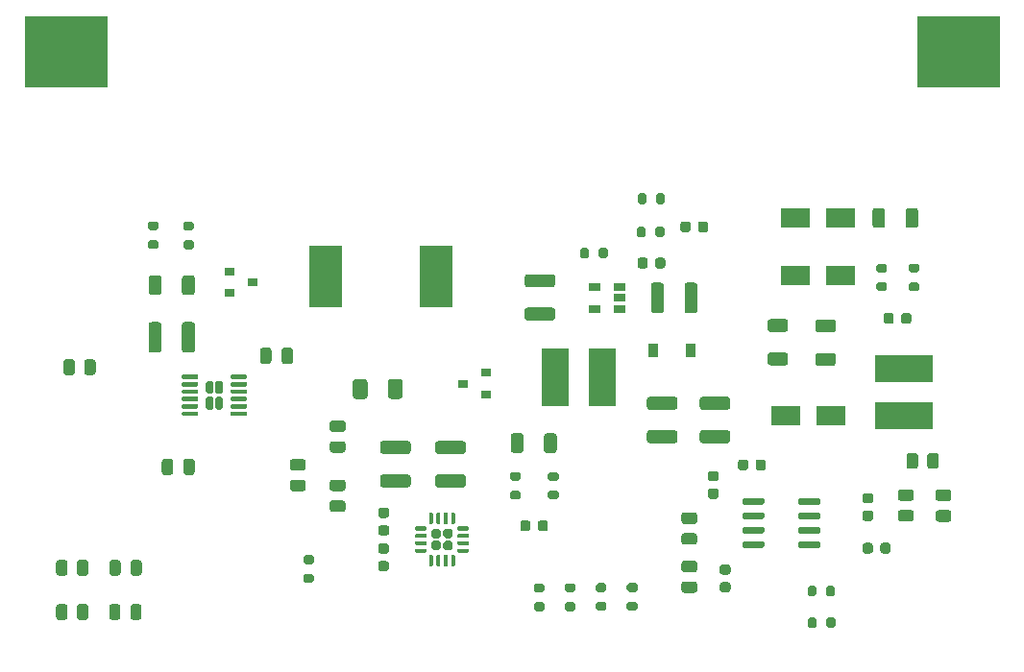
<source format=gbr>
%TF.GenerationSoftware,KiCad,Pcbnew,5.1.12-84ad8e8a86~92~ubuntu20.04.1*%
%TF.CreationDate,2022-07-31T12:46:28-07:00*%
%TF.ProjectId,MPPTSolarPwrModule,4d505054-536f-46c6-9172-5077724d6f64,rev?*%
%TF.SameCoordinates,Original*%
%TF.FileFunction,Paste,Top*%
%TF.FilePolarity,Positive*%
%FSLAX46Y46*%
G04 Gerber Fmt 4.6, Leading zero omitted, Abs format (unit mm)*
G04 Created by KiCad (PCBNEW 5.1.12-84ad8e8a86~92~ubuntu20.04.1) date 2022-07-31 12:46:28*
%MOMM*%
%LPD*%
G01*
G04 APERTURE LIST*
%ADD10R,2.350000X5.100000*%
%ADD11R,7.340000X6.350000*%
%ADD12R,0.900000X0.800000*%
%ADD13R,2.500000X1.800000*%
%ADD14R,0.900000X1.200000*%
%ADD15R,2.900000X5.400000*%
%ADD16R,5.100000X2.350000*%
%ADD17R,1.060000X0.650000*%
G04 APERTURE END LIST*
%TO.C,U2*%
G36*
G01*
X130639600Y-92954700D02*
X130639600Y-92529700D01*
G75*
G02*
X130852100Y-92317200I212500J0D01*
G01*
X131277100Y-92317200D01*
G75*
G02*
X131489600Y-92529700I0J-212500D01*
G01*
X131489600Y-92954700D01*
G75*
G02*
X131277100Y-93167200I-212500J0D01*
G01*
X130852100Y-93167200D01*
G75*
G02*
X130639600Y-92954700I0J212500D01*
G01*
G37*
G36*
G01*
X130639600Y-91904700D02*
X130639600Y-91479700D01*
G75*
G02*
X130852100Y-91267200I212500J0D01*
G01*
X131277100Y-91267200D01*
G75*
G02*
X131489600Y-91479700I0J-212500D01*
G01*
X131489600Y-91904700D01*
G75*
G02*
X131277100Y-92117200I-212500J0D01*
G01*
X130852100Y-92117200D01*
G75*
G02*
X130639600Y-91904700I0J212500D01*
G01*
G37*
G36*
G01*
X129589600Y-92954700D02*
X129589600Y-92529700D01*
G75*
G02*
X129802100Y-92317200I212500J0D01*
G01*
X130227100Y-92317200D01*
G75*
G02*
X130439600Y-92529700I0J-212500D01*
G01*
X130439600Y-92954700D01*
G75*
G02*
X130227100Y-93167200I-212500J0D01*
G01*
X129802100Y-93167200D01*
G75*
G02*
X129589600Y-92954700I0J212500D01*
G01*
G37*
G36*
G01*
X129589600Y-91904700D02*
X129589600Y-91479700D01*
G75*
G02*
X129802100Y-91267200I212500J0D01*
G01*
X130227100Y-91267200D01*
G75*
G02*
X130439600Y-91479700I0J-212500D01*
G01*
X130439600Y-91904700D01*
G75*
G02*
X130227100Y-92117200I-212500J0D01*
G01*
X129802100Y-92117200D01*
G75*
G02*
X129589600Y-91904700I0J212500D01*
G01*
G37*
G36*
G01*
X129389600Y-90779700D02*
X129389600Y-89929700D01*
G75*
G02*
X129477100Y-89842200I87500J0D01*
G01*
X129652100Y-89842200D01*
G75*
G02*
X129739600Y-89929700I0J-87500D01*
G01*
X129739600Y-90779700D01*
G75*
G02*
X129652100Y-90867200I-87500J0D01*
G01*
X129477100Y-90867200D01*
G75*
G02*
X129389600Y-90779700I0J87500D01*
G01*
G37*
G36*
G01*
X130039600Y-90779700D02*
X130039600Y-89929700D01*
G75*
G02*
X130127100Y-89842200I87500J0D01*
G01*
X130302100Y-89842200D01*
G75*
G02*
X130389600Y-89929700I0J-87500D01*
G01*
X130389600Y-90779700D01*
G75*
G02*
X130302100Y-90867200I-87500J0D01*
G01*
X130127100Y-90867200D01*
G75*
G02*
X130039600Y-90779700I0J87500D01*
G01*
G37*
G36*
G01*
X130689600Y-90779700D02*
X130689600Y-89929700D01*
G75*
G02*
X130777100Y-89842200I87500J0D01*
G01*
X130952100Y-89842200D01*
G75*
G02*
X131039600Y-89929700I0J-87500D01*
G01*
X131039600Y-90779700D01*
G75*
G02*
X130952100Y-90867200I-87500J0D01*
G01*
X130777100Y-90867200D01*
G75*
G02*
X130689600Y-90779700I0J87500D01*
G01*
G37*
G36*
G01*
X131339600Y-90779700D02*
X131339600Y-89929700D01*
G75*
G02*
X131427100Y-89842200I87500J0D01*
G01*
X131602100Y-89842200D01*
G75*
G02*
X131689600Y-89929700I0J-87500D01*
G01*
X131689600Y-90779700D01*
G75*
G02*
X131602100Y-90867200I-87500J0D01*
G01*
X131427100Y-90867200D01*
G75*
G02*
X131339600Y-90779700I0J87500D01*
G01*
G37*
G36*
G01*
X131889600Y-91329700D02*
X131889600Y-91154700D01*
G75*
G02*
X131977100Y-91067200I87500J0D01*
G01*
X132827100Y-91067200D01*
G75*
G02*
X132914600Y-91154700I0J-87500D01*
G01*
X132914600Y-91329700D01*
G75*
G02*
X132827100Y-91417200I-87500J0D01*
G01*
X131977100Y-91417200D01*
G75*
G02*
X131889600Y-91329700I0J87500D01*
G01*
G37*
G36*
G01*
X131889600Y-91979700D02*
X131889600Y-91804700D01*
G75*
G02*
X131977100Y-91717200I87500J0D01*
G01*
X132827100Y-91717200D01*
G75*
G02*
X132914600Y-91804700I0J-87500D01*
G01*
X132914600Y-91979700D01*
G75*
G02*
X132827100Y-92067200I-87500J0D01*
G01*
X131977100Y-92067200D01*
G75*
G02*
X131889600Y-91979700I0J87500D01*
G01*
G37*
G36*
G01*
X131889600Y-92629700D02*
X131889600Y-92454700D01*
G75*
G02*
X131977100Y-92367200I87500J0D01*
G01*
X132827100Y-92367200D01*
G75*
G02*
X132914600Y-92454700I0J-87500D01*
G01*
X132914600Y-92629700D01*
G75*
G02*
X132827100Y-92717200I-87500J0D01*
G01*
X131977100Y-92717200D01*
G75*
G02*
X131889600Y-92629700I0J87500D01*
G01*
G37*
G36*
G01*
X131889600Y-93279700D02*
X131889600Y-93104700D01*
G75*
G02*
X131977100Y-93017200I87500J0D01*
G01*
X132827100Y-93017200D01*
G75*
G02*
X132914600Y-93104700I0J-87500D01*
G01*
X132914600Y-93279700D01*
G75*
G02*
X132827100Y-93367200I-87500J0D01*
G01*
X131977100Y-93367200D01*
G75*
G02*
X131889600Y-93279700I0J87500D01*
G01*
G37*
G36*
G01*
X131339600Y-94504700D02*
X131339600Y-93654700D01*
G75*
G02*
X131427100Y-93567200I87500J0D01*
G01*
X131602100Y-93567200D01*
G75*
G02*
X131689600Y-93654700I0J-87500D01*
G01*
X131689600Y-94504700D01*
G75*
G02*
X131602100Y-94592200I-87500J0D01*
G01*
X131427100Y-94592200D01*
G75*
G02*
X131339600Y-94504700I0J87500D01*
G01*
G37*
G36*
G01*
X130689600Y-94504700D02*
X130689600Y-93654700D01*
G75*
G02*
X130777100Y-93567200I87500J0D01*
G01*
X130952100Y-93567200D01*
G75*
G02*
X131039600Y-93654700I0J-87500D01*
G01*
X131039600Y-94504700D01*
G75*
G02*
X130952100Y-94592200I-87500J0D01*
G01*
X130777100Y-94592200D01*
G75*
G02*
X130689600Y-94504700I0J87500D01*
G01*
G37*
G36*
G01*
X130039600Y-94504700D02*
X130039600Y-93654700D01*
G75*
G02*
X130127100Y-93567200I87500J0D01*
G01*
X130302100Y-93567200D01*
G75*
G02*
X130389600Y-93654700I0J-87500D01*
G01*
X130389600Y-94504700D01*
G75*
G02*
X130302100Y-94592200I-87500J0D01*
G01*
X130127100Y-94592200D01*
G75*
G02*
X130039600Y-94504700I0J87500D01*
G01*
G37*
G36*
G01*
X129389600Y-94504700D02*
X129389600Y-93654700D01*
G75*
G02*
X129477100Y-93567200I87500J0D01*
G01*
X129652100Y-93567200D01*
G75*
G02*
X129739600Y-93654700I0J-87500D01*
G01*
X129739600Y-94504700D01*
G75*
G02*
X129652100Y-94592200I-87500J0D01*
G01*
X129477100Y-94592200D01*
G75*
G02*
X129389600Y-94504700I0J87500D01*
G01*
G37*
G36*
G01*
X128164600Y-93279700D02*
X128164600Y-93104700D01*
G75*
G02*
X128252100Y-93017200I87500J0D01*
G01*
X129102100Y-93017200D01*
G75*
G02*
X129189600Y-93104700I0J-87500D01*
G01*
X129189600Y-93279700D01*
G75*
G02*
X129102100Y-93367200I-87500J0D01*
G01*
X128252100Y-93367200D01*
G75*
G02*
X128164600Y-93279700I0J87500D01*
G01*
G37*
G36*
G01*
X128164600Y-92629700D02*
X128164600Y-92454700D01*
G75*
G02*
X128252100Y-92367200I87500J0D01*
G01*
X129102100Y-92367200D01*
G75*
G02*
X129189600Y-92454700I0J-87500D01*
G01*
X129189600Y-92629700D01*
G75*
G02*
X129102100Y-92717200I-87500J0D01*
G01*
X128252100Y-92717200D01*
G75*
G02*
X128164600Y-92629700I0J87500D01*
G01*
G37*
G36*
G01*
X128164600Y-91979700D02*
X128164600Y-91804700D01*
G75*
G02*
X128252100Y-91717200I87500J0D01*
G01*
X129102100Y-91717200D01*
G75*
G02*
X129189600Y-91804700I0J-87500D01*
G01*
X129189600Y-91979700D01*
G75*
G02*
X129102100Y-92067200I-87500J0D01*
G01*
X128252100Y-92067200D01*
G75*
G02*
X128164600Y-91979700I0J87500D01*
G01*
G37*
G36*
G01*
X128164600Y-91329700D02*
X128164600Y-91154700D01*
G75*
G02*
X128252100Y-91067200I87500J0D01*
G01*
X129102100Y-91067200D01*
G75*
G02*
X129189600Y-91154700I0J-87500D01*
G01*
X129189600Y-91329700D01*
G75*
G02*
X129102100Y-91417200I-87500J0D01*
G01*
X128252100Y-91417200D01*
G75*
G02*
X128164600Y-91329700I0J87500D01*
G01*
G37*
%TD*%
D10*
%TO.C,L2*%
X140527600Y-77896000D03*
X144677600Y-77896000D03*
%TD*%
D11*
%TO.C,BT1*%
X176057400Y-49219400D03*
X97397400Y-49219400D03*
%TD*%
%TO.C,D1*%
G36*
G01*
X102202500Y-94253750D02*
X102202500Y-95166250D01*
G75*
G02*
X101958750Y-95410000I-243750J0D01*
G01*
X101471250Y-95410000D01*
G75*
G02*
X101227500Y-95166250I0J243750D01*
G01*
X101227500Y-94253750D01*
G75*
G02*
X101471250Y-94010000I243750J0D01*
G01*
X101958750Y-94010000D01*
G75*
G02*
X102202500Y-94253750I0J-243750D01*
G01*
G37*
G36*
G01*
X104077500Y-94253750D02*
X104077500Y-95166250D01*
G75*
G02*
X103833750Y-95410000I-243750J0D01*
G01*
X103346250Y-95410000D01*
G75*
G02*
X103102500Y-95166250I0J243750D01*
G01*
X103102500Y-94253750D01*
G75*
G02*
X103346250Y-94010000I243750J0D01*
G01*
X103833750Y-94010000D01*
G75*
G02*
X104077500Y-94253750I0J-243750D01*
G01*
G37*
%TD*%
%TO.C,D2*%
G36*
G01*
X104052500Y-98153750D02*
X104052500Y-99066250D01*
G75*
G02*
X103808750Y-99310000I-243750J0D01*
G01*
X103321250Y-99310000D01*
G75*
G02*
X103077500Y-99066250I0J243750D01*
G01*
X103077500Y-98153750D01*
G75*
G02*
X103321250Y-97910000I243750J0D01*
G01*
X103808750Y-97910000D01*
G75*
G02*
X104052500Y-98153750I0J-243750D01*
G01*
G37*
G36*
G01*
X102177500Y-98153750D02*
X102177500Y-99066250D01*
G75*
G02*
X101933750Y-99310000I-243750J0D01*
G01*
X101446250Y-99310000D01*
G75*
G02*
X101202500Y-99066250I0J243750D01*
G01*
X101202500Y-98153750D01*
G75*
G02*
X101446250Y-97910000I243750J0D01*
G01*
X101933750Y-97910000D01*
G75*
G02*
X102177500Y-98153750I0J-243750D01*
G01*
G37*
%TD*%
D12*
%TO.C,D3*%
X113826000Y-69514000D03*
X111826000Y-70464000D03*
X111826000Y-68564000D03*
%TD*%
%TO.C,D4*%
X134390000Y-79410000D03*
X134390000Y-77510000D03*
X132390000Y-78460000D03*
%TD*%
D13*
%TO.C,D5*%
X164840000Y-81260000D03*
X160840000Y-81260000D03*
%TD*%
D14*
%TO.C,D6*%
X152490000Y-75560000D03*
X149190000Y-75560000D03*
%TD*%
D13*
%TO.C,D7*%
X161640000Y-68910000D03*
X165640000Y-68910000D03*
%TD*%
%TO.C,D8*%
X165640000Y-63860000D03*
X161640000Y-63860000D03*
%TD*%
D15*
%TO.C,L1*%
X130000000Y-69020000D03*
X120300000Y-69020000D03*
%TD*%
D16*
%TO.C,L3*%
X171290000Y-77160000D03*
X171290000Y-81310000D03*
%TD*%
%TO.C,R19*%
G36*
G01*
X122665000Y-79562400D02*
X122665000Y-78312400D01*
G75*
G02*
X122915000Y-78062400I250000J0D01*
G01*
X123715000Y-78062400D01*
G75*
G02*
X123965000Y-78312400I0J-250000D01*
G01*
X123965000Y-79562400D01*
G75*
G02*
X123715000Y-79812400I-250000J0D01*
G01*
X122915000Y-79812400D01*
G75*
G02*
X122665000Y-79562400I0J250000D01*
G01*
G37*
G36*
G01*
X125765000Y-79562400D02*
X125765000Y-78312400D01*
G75*
G02*
X126015000Y-78062400I250000J0D01*
G01*
X126815000Y-78062400D01*
G75*
G02*
X127065000Y-78312400I0J-250000D01*
G01*
X127065000Y-79562400D01*
G75*
G02*
X126815000Y-79812400I-250000J0D01*
G01*
X126015000Y-79812400D01*
G75*
G02*
X125765000Y-79562400I0J250000D01*
G01*
G37*
%TD*%
%TO.C,U1*%
G36*
G01*
X107605000Y-77965000D02*
X107605000Y-77765000D01*
G75*
G02*
X107705000Y-77665000I100000J0D01*
G01*
X108955000Y-77665000D01*
G75*
G02*
X109055000Y-77765000I0J-100000D01*
G01*
X109055000Y-77965000D01*
G75*
G02*
X108955000Y-78065000I-100000J0D01*
G01*
X107705000Y-78065000D01*
G75*
G02*
X107605000Y-77965000I0J100000D01*
G01*
G37*
G36*
G01*
X107605000Y-78615000D02*
X107605000Y-78415000D01*
G75*
G02*
X107705000Y-78315000I100000J0D01*
G01*
X108955000Y-78315000D01*
G75*
G02*
X109055000Y-78415000I0J-100000D01*
G01*
X109055000Y-78615000D01*
G75*
G02*
X108955000Y-78715000I-100000J0D01*
G01*
X107705000Y-78715000D01*
G75*
G02*
X107605000Y-78615000I0J100000D01*
G01*
G37*
G36*
G01*
X107605000Y-79265000D02*
X107605000Y-79065000D01*
G75*
G02*
X107705000Y-78965000I100000J0D01*
G01*
X108955000Y-78965000D01*
G75*
G02*
X109055000Y-79065000I0J-100000D01*
G01*
X109055000Y-79265000D01*
G75*
G02*
X108955000Y-79365000I-100000J0D01*
G01*
X107705000Y-79365000D01*
G75*
G02*
X107605000Y-79265000I0J100000D01*
G01*
G37*
G36*
G01*
X107605000Y-79915000D02*
X107605000Y-79715000D01*
G75*
G02*
X107705000Y-79615000I100000J0D01*
G01*
X108955000Y-79615000D01*
G75*
G02*
X109055000Y-79715000I0J-100000D01*
G01*
X109055000Y-79915000D01*
G75*
G02*
X108955000Y-80015000I-100000J0D01*
G01*
X107705000Y-80015000D01*
G75*
G02*
X107605000Y-79915000I0J100000D01*
G01*
G37*
G36*
G01*
X107605000Y-80565000D02*
X107605000Y-80365000D01*
G75*
G02*
X107705000Y-80265000I100000J0D01*
G01*
X108955000Y-80265000D01*
G75*
G02*
X109055000Y-80365000I0J-100000D01*
G01*
X109055000Y-80565000D01*
G75*
G02*
X108955000Y-80665000I-100000J0D01*
G01*
X107705000Y-80665000D01*
G75*
G02*
X107605000Y-80565000I0J100000D01*
G01*
G37*
G36*
G01*
X107605000Y-81215000D02*
X107605000Y-81015000D01*
G75*
G02*
X107705000Y-80915000I100000J0D01*
G01*
X108955000Y-80915000D01*
G75*
G02*
X109055000Y-81015000I0J-100000D01*
G01*
X109055000Y-81215000D01*
G75*
G02*
X108955000Y-81315000I-100000J0D01*
G01*
X107705000Y-81315000D01*
G75*
G02*
X107605000Y-81215000I0J100000D01*
G01*
G37*
G36*
G01*
X111905000Y-81215000D02*
X111905000Y-81015000D01*
G75*
G02*
X112005000Y-80915000I100000J0D01*
G01*
X113255000Y-80915000D01*
G75*
G02*
X113355000Y-81015000I0J-100000D01*
G01*
X113355000Y-81215000D01*
G75*
G02*
X113255000Y-81315000I-100000J0D01*
G01*
X112005000Y-81315000D01*
G75*
G02*
X111905000Y-81215000I0J100000D01*
G01*
G37*
G36*
G01*
X111905000Y-80565000D02*
X111905000Y-80365000D01*
G75*
G02*
X112005000Y-80265000I100000J0D01*
G01*
X113255000Y-80265000D01*
G75*
G02*
X113355000Y-80365000I0J-100000D01*
G01*
X113355000Y-80565000D01*
G75*
G02*
X113255000Y-80665000I-100000J0D01*
G01*
X112005000Y-80665000D01*
G75*
G02*
X111905000Y-80565000I0J100000D01*
G01*
G37*
G36*
G01*
X111905000Y-79915000D02*
X111905000Y-79715000D01*
G75*
G02*
X112005000Y-79615000I100000J0D01*
G01*
X113255000Y-79615000D01*
G75*
G02*
X113355000Y-79715000I0J-100000D01*
G01*
X113355000Y-79915000D01*
G75*
G02*
X113255000Y-80015000I-100000J0D01*
G01*
X112005000Y-80015000D01*
G75*
G02*
X111905000Y-79915000I0J100000D01*
G01*
G37*
G36*
G01*
X111905000Y-79265000D02*
X111905000Y-79065000D01*
G75*
G02*
X112005000Y-78965000I100000J0D01*
G01*
X113255000Y-78965000D01*
G75*
G02*
X113355000Y-79065000I0J-100000D01*
G01*
X113355000Y-79265000D01*
G75*
G02*
X113255000Y-79365000I-100000J0D01*
G01*
X112005000Y-79365000D01*
G75*
G02*
X111905000Y-79265000I0J100000D01*
G01*
G37*
G36*
G01*
X111905000Y-78615000D02*
X111905000Y-78415000D01*
G75*
G02*
X112005000Y-78315000I100000J0D01*
G01*
X113255000Y-78315000D01*
G75*
G02*
X113355000Y-78415000I0J-100000D01*
G01*
X113355000Y-78615000D01*
G75*
G02*
X113255000Y-78715000I-100000J0D01*
G01*
X112005000Y-78715000D01*
G75*
G02*
X111905000Y-78615000I0J100000D01*
G01*
G37*
G36*
G01*
X111905000Y-77965000D02*
X111905000Y-77765000D01*
G75*
G02*
X112005000Y-77665000I100000J0D01*
G01*
X113255000Y-77665000D01*
G75*
G02*
X113355000Y-77765000I0J-100000D01*
G01*
X113355000Y-77965000D01*
G75*
G02*
X113255000Y-78065000I-100000J0D01*
G01*
X112005000Y-78065000D01*
G75*
G02*
X111905000Y-77965000I0J100000D01*
G01*
G37*
G36*
G01*
X109735000Y-79187500D02*
X109735000Y-78372500D01*
G75*
G02*
X109902500Y-78205000I167500J0D01*
G01*
X110237500Y-78205000D01*
G75*
G02*
X110405000Y-78372500I0J-167500D01*
G01*
X110405000Y-79187500D01*
G75*
G02*
X110237500Y-79355000I-167500J0D01*
G01*
X109902500Y-79355000D01*
G75*
G02*
X109735000Y-79187500I0J167500D01*
G01*
G37*
G36*
G01*
X109735000Y-80607500D02*
X109735000Y-79792500D01*
G75*
G02*
X109902500Y-79625000I167500J0D01*
G01*
X110237500Y-79625000D01*
G75*
G02*
X110405000Y-79792500I0J-167500D01*
G01*
X110405000Y-80607500D01*
G75*
G02*
X110237500Y-80775000I-167500J0D01*
G01*
X109902500Y-80775000D01*
G75*
G02*
X109735000Y-80607500I0J167500D01*
G01*
G37*
G36*
G01*
X110555000Y-79187500D02*
X110555000Y-78372500D01*
G75*
G02*
X110722500Y-78205000I167500J0D01*
G01*
X111057500Y-78205000D01*
G75*
G02*
X111225000Y-78372500I0J-167500D01*
G01*
X111225000Y-79187500D01*
G75*
G02*
X111057500Y-79355000I-167500J0D01*
G01*
X110722500Y-79355000D01*
G75*
G02*
X110555000Y-79187500I0J167500D01*
G01*
G37*
G36*
G01*
X110555000Y-80607500D02*
X110555000Y-79792500D01*
G75*
G02*
X110722500Y-79625000I167500J0D01*
G01*
X111057500Y-79625000D01*
G75*
G02*
X111225000Y-79792500I0J-167500D01*
G01*
X111225000Y-80607500D01*
G75*
G02*
X111057500Y-80775000I-167500J0D01*
G01*
X110722500Y-80775000D01*
G75*
G02*
X110555000Y-80607500I0J167500D01*
G01*
G37*
%TD*%
%TO.C,U3*%
G36*
G01*
X156990000Y-89005000D02*
X156990000Y-88705000D01*
G75*
G02*
X157140000Y-88555000I150000J0D01*
G01*
X158790000Y-88555000D01*
G75*
G02*
X158940000Y-88705000I0J-150000D01*
G01*
X158940000Y-89005000D01*
G75*
G02*
X158790000Y-89155000I-150000J0D01*
G01*
X157140000Y-89155000D01*
G75*
G02*
X156990000Y-89005000I0J150000D01*
G01*
G37*
G36*
G01*
X156990000Y-90275000D02*
X156990000Y-89975000D01*
G75*
G02*
X157140000Y-89825000I150000J0D01*
G01*
X158790000Y-89825000D01*
G75*
G02*
X158940000Y-89975000I0J-150000D01*
G01*
X158940000Y-90275000D01*
G75*
G02*
X158790000Y-90425000I-150000J0D01*
G01*
X157140000Y-90425000D01*
G75*
G02*
X156990000Y-90275000I0J150000D01*
G01*
G37*
G36*
G01*
X156990000Y-91545000D02*
X156990000Y-91245000D01*
G75*
G02*
X157140000Y-91095000I150000J0D01*
G01*
X158790000Y-91095000D01*
G75*
G02*
X158940000Y-91245000I0J-150000D01*
G01*
X158940000Y-91545000D01*
G75*
G02*
X158790000Y-91695000I-150000J0D01*
G01*
X157140000Y-91695000D01*
G75*
G02*
X156990000Y-91545000I0J150000D01*
G01*
G37*
G36*
G01*
X156990000Y-92815000D02*
X156990000Y-92515000D01*
G75*
G02*
X157140000Y-92365000I150000J0D01*
G01*
X158790000Y-92365000D01*
G75*
G02*
X158940000Y-92515000I0J-150000D01*
G01*
X158940000Y-92815000D01*
G75*
G02*
X158790000Y-92965000I-150000J0D01*
G01*
X157140000Y-92965000D01*
G75*
G02*
X156990000Y-92815000I0J150000D01*
G01*
G37*
G36*
G01*
X161940000Y-92815000D02*
X161940000Y-92515000D01*
G75*
G02*
X162090000Y-92365000I150000J0D01*
G01*
X163740000Y-92365000D01*
G75*
G02*
X163890000Y-92515000I0J-150000D01*
G01*
X163890000Y-92815000D01*
G75*
G02*
X163740000Y-92965000I-150000J0D01*
G01*
X162090000Y-92965000D01*
G75*
G02*
X161940000Y-92815000I0J150000D01*
G01*
G37*
G36*
G01*
X161940000Y-91545000D02*
X161940000Y-91245000D01*
G75*
G02*
X162090000Y-91095000I150000J0D01*
G01*
X163740000Y-91095000D01*
G75*
G02*
X163890000Y-91245000I0J-150000D01*
G01*
X163890000Y-91545000D01*
G75*
G02*
X163740000Y-91695000I-150000J0D01*
G01*
X162090000Y-91695000D01*
G75*
G02*
X161940000Y-91545000I0J150000D01*
G01*
G37*
G36*
G01*
X161940000Y-90275000D02*
X161940000Y-89975000D01*
G75*
G02*
X162090000Y-89825000I150000J0D01*
G01*
X163740000Y-89825000D01*
G75*
G02*
X163890000Y-89975000I0J-150000D01*
G01*
X163890000Y-90275000D01*
G75*
G02*
X163740000Y-90425000I-150000J0D01*
G01*
X162090000Y-90425000D01*
G75*
G02*
X161940000Y-90275000I0J150000D01*
G01*
G37*
G36*
G01*
X161940000Y-89005000D02*
X161940000Y-88705000D01*
G75*
G02*
X162090000Y-88555000I150000J0D01*
G01*
X163740000Y-88555000D01*
G75*
G02*
X163890000Y-88705000I0J-150000D01*
G01*
X163890000Y-89005000D01*
G75*
G02*
X163740000Y-89155000I-150000J0D01*
G01*
X162090000Y-89155000D01*
G75*
G02*
X161940000Y-89005000I0J150000D01*
G01*
G37*
%TD*%
D17*
%TO.C,U4*%
X146217200Y-71850800D03*
X146217200Y-70900800D03*
X146217200Y-69950800D03*
X144017200Y-69950800D03*
X144017200Y-71850800D03*
%TD*%
%TO.C,C1*%
G36*
G01*
X108765000Y-73284999D02*
X108765000Y-75485001D01*
G75*
G02*
X108515001Y-75735000I-249999J0D01*
G01*
X107864999Y-75735000D01*
G75*
G02*
X107615000Y-75485001I0J249999D01*
G01*
X107615000Y-73284999D01*
G75*
G02*
X107864999Y-73035000I249999J0D01*
G01*
X108515001Y-73035000D01*
G75*
G02*
X108765000Y-73284999I0J-249999D01*
G01*
G37*
G36*
G01*
X105815000Y-73284999D02*
X105815000Y-75485001D01*
G75*
G02*
X105565001Y-75735000I-249999J0D01*
G01*
X104914999Y-75735000D01*
G75*
G02*
X104665000Y-75485001I0J249999D01*
G01*
X104665000Y-73284999D01*
G75*
G02*
X104914999Y-73035000I249999J0D01*
G01*
X105565001Y-73035000D01*
G75*
G02*
X105815000Y-73284999I0J-249999D01*
G01*
G37*
%TD*%
%TO.C,C2*%
G36*
G01*
X106840000Y-85335000D02*
X106840000Y-86285000D01*
G75*
G02*
X106590000Y-86535000I-250000J0D01*
G01*
X106090000Y-86535000D01*
G75*
G02*
X105840000Y-86285000I0J250000D01*
G01*
X105840000Y-85335000D01*
G75*
G02*
X106090000Y-85085000I250000J0D01*
G01*
X106590000Y-85085000D01*
G75*
G02*
X106840000Y-85335000I0J-250000D01*
G01*
G37*
G36*
G01*
X108740000Y-85335000D02*
X108740000Y-86285000D01*
G75*
G02*
X108490000Y-86535000I-250000J0D01*
G01*
X107990000Y-86535000D01*
G75*
G02*
X107740000Y-86285000I0J250000D01*
G01*
X107740000Y-85335000D01*
G75*
G02*
X107990000Y-85085000I250000J0D01*
G01*
X108490000Y-85085000D01*
G75*
G02*
X108740000Y-85335000I0J-250000D01*
G01*
G37*
%TD*%
%TO.C,C8*%
G36*
G01*
X114502500Y-76485000D02*
X114502500Y-75535000D01*
G75*
G02*
X114752500Y-75285000I250000J0D01*
G01*
X115252500Y-75285000D01*
G75*
G02*
X115502500Y-75535000I0J-250000D01*
G01*
X115502500Y-76485000D01*
G75*
G02*
X115252500Y-76735000I-250000J0D01*
G01*
X114752500Y-76735000D01*
G75*
G02*
X114502500Y-76485000I0J250000D01*
G01*
G37*
G36*
G01*
X116402500Y-76485000D02*
X116402500Y-75535000D01*
G75*
G02*
X116652500Y-75285000I250000J0D01*
G01*
X117152500Y-75285000D01*
G75*
G02*
X117402500Y-75535000I0J-250000D01*
G01*
X117402500Y-76485000D01*
G75*
G02*
X117152500Y-76735000I-250000J0D01*
G01*
X116652500Y-76735000D01*
G75*
G02*
X116402500Y-76485000I0J250000D01*
G01*
G37*
%TD*%
%TO.C,R6*%
G36*
G01*
X98190000Y-76559999D02*
X98190000Y-77460001D01*
G75*
G02*
X97940001Y-77710000I-249999J0D01*
G01*
X97414999Y-77710000D01*
G75*
G02*
X97165000Y-77460001I0J249999D01*
G01*
X97165000Y-76559999D01*
G75*
G02*
X97414999Y-76310000I249999J0D01*
G01*
X97940001Y-76310000D01*
G75*
G02*
X98190000Y-76559999I0J-249999D01*
G01*
G37*
G36*
G01*
X100015000Y-76559999D02*
X100015000Y-77460001D01*
G75*
G02*
X99765001Y-77710000I-249999J0D01*
G01*
X99239999Y-77710000D01*
G75*
G02*
X98990000Y-77460001I0J249999D01*
G01*
X98990000Y-76559999D01*
G75*
G02*
X99239999Y-76310000I249999J0D01*
G01*
X99765001Y-76310000D01*
G75*
G02*
X100015000Y-76559999I0J-249999D01*
G01*
G37*
%TD*%
%TO.C,R13*%
G36*
G01*
X118279801Y-86133900D02*
X117379799Y-86133900D01*
G75*
G02*
X117129800Y-85883901I0J249999D01*
G01*
X117129800Y-85358899D01*
G75*
G02*
X117379799Y-85108900I249999J0D01*
G01*
X118279801Y-85108900D01*
G75*
G02*
X118529800Y-85358899I0J-249999D01*
G01*
X118529800Y-85883901D01*
G75*
G02*
X118279801Y-86133900I-249999J0D01*
G01*
G37*
G36*
G01*
X118279801Y-87958900D02*
X117379799Y-87958900D01*
G75*
G02*
X117129800Y-87708901I0J249999D01*
G01*
X117129800Y-87183899D01*
G75*
G02*
X117379799Y-86933900I249999J0D01*
G01*
X118279801Y-86933900D01*
G75*
G02*
X118529800Y-87183899I0J-249999D01*
G01*
X118529800Y-87708901D01*
G75*
G02*
X118279801Y-87958900I-249999J0D01*
G01*
G37*
%TD*%
%TO.C,R14*%
G36*
G01*
X120889999Y-81715000D02*
X121790001Y-81715000D01*
G75*
G02*
X122040000Y-81964999I0J-249999D01*
G01*
X122040000Y-82490001D01*
G75*
G02*
X121790001Y-82740000I-249999J0D01*
G01*
X120889999Y-82740000D01*
G75*
G02*
X120640000Y-82490001I0J249999D01*
G01*
X120640000Y-81964999D01*
G75*
G02*
X120889999Y-81715000I249999J0D01*
G01*
G37*
G36*
G01*
X120889999Y-83540000D02*
X121790001Y-83540000D01*
G75*
G02*
X122040000Y-83789999I0J-249999D01*
G01*
X122040000Y-84315001D01*
G75*
G02*
X121790001Y-84565000I-249999J0D01*
G01*
X120889999Y-84565000D01*
G75*
G02*
X120640000Y-84315001I0J249999D01*
G01*
X120640000Y-83789999D01*
G75*
G02*
X120889999Y-83540000I249999J0D01*
G01*
G37*
%TD*%
%TO.C,R15*%
G36*
G01*
X120884999Y-86933900D02*
X121785001Y-86933900D01*
G75*
G02*
X122035000Y-87183899I0J-249999D01*
G01*
X122035000Y-87708901D01*
G75*
G02*
X121785001Y-87958900I-249999J0D01*
G01*
X120884999Y-87958900D01*
G75*
G02*
X120635000Y-87708901I0J249999D01*
G01*
X120635000Y-87183899D01*
G75*
G02*
X120884999Y-86933900I249999J0D01*
G01*
G37*
G36*
G01*
X120884999Y-88758900D02*
X121785001Y-88758900D01*
G75*
G02*
X122035000Y-89008899I0J-249999D01*
G01*
X122035000Y-89533901D01*
G75*
G02*
X121785001Y-89783900I-249999J0D01*
G01*
X120884999Y-89783900D01*
G75*
G02*
X120635000Y-89533901I0J249999D01*
G01*
X120635000Y-89008899D01*
G75*
G02*
X120884999Y-88758900I249999J0D01*
G01*
G37*
%TD*%
%TO.C,C3*%
G36*
G01*
X171902500Y-72460000D02*
X171902500Y-72960000D01*
G75*
G02*
X171677500Y-73185000I-225000J0D01*
G01*
X171227500Y-73185000D01*
G75*
G02*
X171002500Y-72960000I0J225000D01*
G01*
X171002500Y-72460000D01*
G75*
G02*
X171227500Y-72235000I225000J0D01*
G01*
X171677500Y-72235000D01*
G75*
G02*
X171902500Y-72460000I0J-225000D01*
G01*
G37*
G36*
G01*
X170352500Y-72460000D02*
X170352500Y-72960000D01*
G75*
G02*
X170127500Y-73185000I-225000J0D01*
G01*
X169677500Y-73185000D01*
G75*
G02*
X169452500Y-72960000I0J225000D01*
G01*
X169452500Y-72460000D01*
G75*
G02*
X169677500Y-72235000I225000J0D01*
G01*
X170127500Y-72235000D01*
G75*
G02*
X170352500Y-72460000I0J-225000D01*
G01*
G37*
%TD*%
%TO.C,C4*%
G36*
G01*
X138328300Y-90761400D02*
X138328300Y-91261400D01*
G75*
G02*
X138103300Y-91486400I-225000J0D01*
G01*
X137653300Y-91486400D01*
G75*
G02*
X137428300Y-91261400I0J225000D01*
G01*
X137428300Y-90761400D01*
G75*
G02*
X137653300Y-90536400I225000J0D01*
G01*
X138103300Y-90536400D01*
G75*
G02*
X138328300Y-90761400I0J-225000D01*
G01*
G37*
G36*
G01*
X139878300Y-90761400D02*
X139878300Y-91261400D01*
G75*
G02*
X139653300Y-91486400I-225000J0D01*
G01*
X139203300Y-91486400D01*
G75*
G02*
X138978300Y-91261400I0J225000D01*
G01*
X138978300Y-90761400D01*
G75*
G02*
X139203300Y-90536400I225000J0D01*
G01*
X139653300Y-90536400D01*
G75*
G02*
X139878300Y-90761400I0J-225000D01*
G01*
G37*
%TD*%
%TO.C,C5*%
G36*
G01*
X125149000Y-90959400D02*
X125649000Y-90959400D01*
G75*
G02*
X125874000Y-91184400I0J-225000D01*
G01*
X125874000Y-91634400D01*
G75*
G02*
X125649000Y-91859400I-225000J0D01*
G01*
X125149000Y-91859400D01*
G75*
G02*
X124924000Y-91634400I0J225000D01*
G01*
X124924000Y-91184400D01*
G75*
G02*
X125149000Y-90959400I225000J0D01*
G01*
G37*
G36*
G01*
X125149000Y-89409400D02*
X125649000Y-89409400D01*
G75*
G02*
X125874000Y-89634400I0J-225000D01*
G01*
X125874000Y-90084400D01*
G75*
G02*
X125649000Y-90309400I-225000J0D01*
G01*
X125149000Y-90309400D01*
G75*
G02*
X124924000Y-90084400I0J225000D01*
G01*
X124924000Y-89634400D01*
G75*
G02*
X125149000Y-89409400I225000J0D01*
G01*
G37*
%TD*%
%TO.C,C6*%
G36*
G01*
X151040001Y-83722500D02*
X148839999Y-83722500D01*
G75*
G02*
X148590000Y-83472501I0J249999D01*
G01*
X148590000Y-82822499D01*
G75*
G02*
X148839999Y-82572500I249999J0D01*
G01*
X151040001Y-82572500D01*
G75*
G02*
X151290000Y-82822499I0J-249999D01*
G01*
X151290000Y-83472501D01*
G75*
G02*
X151040001Y-83722500I-249999J0D01*
G01*
G37*
G36*
G01*
X151040001Y-80772500D02*
X148839999Y-80772500D01*
G75*
G02*
X148590000Y-80522501I0J249999D01*
G01*
X148590000Y-79872499D01*
G75*
G02*
X148839999Y-79622500I249999J0D01*
G01*
X151040001Y-79622500D01*
G75*
G02*
X151290000Y-79872499I0J-249999D01*
G01*
X151290000Y-80522501D01*
G75*
G02*
X151040001Y-80772500I-249999J0D01*
G01*
G37*
%TD*%
%TO.C,C7*%
G36*
G01*
X155690001Y-83722500D02*
X153489999Y-83722500D01*
G75*
G02*
X153240000Y-83472501I0J249999D01*
G01*
X153240000Y-82822499D01*
G75*
G02*
X153489999Y-82572500I249999J0D01*
G01*
X155690001Y-82572500D01*
G75*
G02*
X155940000Y-82822499I0J-249999D01*
G01*
X155940000Y-83472501D01*
G75*
G02*
X155690001Y-83722500I-249999J0D01*
G01*
G37*
G36*
G01*
X155690001Y-80772500D02*
X153489999Y-80772500D01*
G75*
G02*
X153240000Y-80522501I0J249999D01*
G01*
X153240000Y-79872499D01*
G75*
G02*
X153489999Y-79622500I249999J0D01*
G01*
X155690001Y-79622500D01*
G75*
G02*
X155940000Y-79872499I0J-249999D01*
G01*
X155940000Y-80522501D01*
G75*
G02*
X155690001Y-80772500I-249999J0D01*
G01*
G37*
%TD*%
%TO.C,C9*%
G36*
G01*
X154196440Y-86168360D02*
X154696440Y-86168360D01*
G75*
G02*
X154921440Y-86393360I0J-225000D01*
G01*
X154921440Y-86843360D01*
G75*
G02*
X154696440Y-87068360I-225000J0D01*
G01*
X154196440Y-87068360D01*
G75*
G02*
X153971440Y-86843360I0J225000D01*
G01*
X153971440Y-86393360D01*
G75*
G02*
X154196440Y-86168360I225000J0D01*
G01*
G37*
G36*
G01*
X154196440Y-87718360D02*
X154696440Y-87718360D01*
G75*
G02*
X154921440Y-87943360I0J-225000D01*
G01*
X154921440Y-88393360D01*
G75*
G02*
X154696440Y-88618360I-225000J0D01*
G01*
X154196440Y-88618360D01*
G75*
G02*
X153971440Y-88393360I0J225000D01*
G01*
X153971440Y-87943360D01*
G75*
G02*
X154196440Y-87718360I225000J0D01*
G01*
G37*
%TD*%
%TO.C,C10*%
G36*
G01*
X130189999Y-86472500D02*
X132390001Y-86472500D01*
G75*
G02*
X132640000Y-86722499I0J-249999D01*
G01*
X132640000Y-87372501D01*
G75*
G02*
X132390001Y-87622500I-249999J0D01*
G01*
X130189999Y-87622500D01*
G75*
G02*
X129940000Y-87372501I0J249999D01*
G01*
X129940000Y-86722499D01*
G75*
G02*
X130189999Y-86472500I249999J0D01*
G01*
G37*
G36*
G01*
X130189999Y-83522500D02*
X132390001Y-83522500D01*
G75*
G02*
X132640000Y-83772499I0J-249999D01*
G01*
X132640000Y-84422501D01*
G75*
G02*
X132390001Y-84672500I-249999J0D01*
G01*
X130189999Y-84672500D01*
G75*
G02*
X129940000Y-84422501I0J249999D01*
G01*
X129940000Y-83772499D01*
G75*
G02*
X130189999Y-83522500I249999J0D01*
G01*
G37*
%TD*%
%TO.C,C11*%
G36*
G01*
X170065320Y-92728520D02*
X170065320Y-93228520D01*
G75*
G02*
X169840320Y-93453520I-225000J0D01*
G01*
X169390320Y-93453520D01*
G75*
G02*
X169165320Y-93228520I0J225000D01*
G01*
X169165320Y-92728520D01*
G75*
G02*
X169390320Y-92503520I225000J0D01*
G01*
X169840320Y-92503520D01*
G75*
G02*
X170065320Y-92728520I0J-225000D01*
G01*
G37*
G36*
G01*
X168515320Y-92728520D02*
X168515320Y-93228520D01*
G75*
G02*
X168290320Y-93453520I-225000J0D01*
G01*
X167840320Y-93453520D01*
G75*
G02*
X167615320Y-93228520I0J225000D01*
G01*
X167615320Y-92728520D01*
G75*
G02*
X167840320Y-92503520I225000J0D01*
G01*
X168290320Y-92503520D01*
G75*
G02*
X168515320Y-92728520I0J-225000D01*
G01*
G37*
%TD*%
%TO.C,C12*%
G36*
G01*
X125329999Y-86472500D02*
X127530001Y-86472500D01*
G75*
G02*
X127780000Y-86722499I0J-249999D01*
G01*
X127780000Y-87372501D01*
G75*
G02*
X127530001Y-87622500I-249999J0D01*
G01*
X125329999Y-87622500D01*
G75*
G02*
X125080000Y-87372501I0J249999D01*
G01*
X125080000Y-86722499D01*
G75*
G02*
X125329999Y-86472500I249999J0D01*
G01*
G37*
G36*
G01*
X125329999Y-83522500D02*
X127530001Y-83522500D01*
G75*
G02*
X127780000Y-83772499I0J-249999D01*
G01*
X127780000Y-84422501D01*
G75*
G02*
X127530001Y-84672500I-249999J0D01*
G01*
X125329999Y-84672500D01*
G75*
G02*
X125080000Y-84422501I0J249999D01*
G01*
X125080000Y-83772499D01*
G75*
G02*
X125329999Y-83522500I249999J0D01*
G01*
G37*
%TD*%
%TO.C,C13*%
G36*
G01*
X125123600Y-94109000D02*
X125623600Y-94109000D01*
G75*
G02*
X125848600Y-94334000I0J-225000D01*
G01*
X125848600Y-94784000D01*
G75*
G02*
X125623600Y-95009000I-225000J0D01*
G01*
X125123600Y-95009000D01*
G75*
G02*
X124898600Y-94784000I0J225000D01*
G01*
X124898600Y-94334000D01*
G75*
G02*
X125123600Y-94109000I225000J0D01*
G01*
G37*
G36*
G01*
X125123600Y-92559000D02*
X125623600Y-92559000D01*
G75*
G02*
X125848600Y-92784000I0J-225000D01*
G01*
X125848600Y-93234000D01*
G75*
G02*
X125623600Y-93459000I-225000J0D01*
G01*
X125123600Y-93459000D01*
G75*
G02*
X124898600Y-93234000I0J225000D01*
G01*
X124898600Y-92784000D01*
G75*
G02*
X125123600Y-92559000I225000J0D01*
G01*
G37*
%TD*%
%TO.C,C14*%
G36*
G01*
X168315920Y-89018480D02*
X167815920Y-89018480D01*
G75*
G02*
X167590920Y-88793480I0J225000D01*
G01*
X167590920Y-88343480D01*
G75*
G02*
X167815920Y-88118480I225000J0D01*
G01*
X168315920Y-88118480D01*
G75*
G02*
X168540920Y-88343480I0J-225000D01*
G01*
X168540920Y-88793480D01*
G75*
G02*
X168315920Y-89018480I-225000J0D01*
G01*
G37*
G36*
G01*
X168315920Y-90568480D02*
X167815920Y-90568480D01*
G75*
G02*
X167590920Y-90343480I0J225000D01*
G01*
X167590920Y-89893480D01*
G75*
G02*
X167815920Y-89668480I225000J0D01*
G01*
X168315920Y-89668480D01*
G75*
G02*
X168540920Y-89893480I0J-225000D01*
G01*
X168540920Y-90343480D01*
G75*
G02*
X168315920Y-90568480I-225000J0D01*
G01*
G37*
%TD*%
%TO.C,C15*%
G36*
G01*
X155742920Y-95317680D02*
X155242920Y-95317680D01*
G75*
G02*
X155017920Y-95092680I0J225000D01*
G01*
X155017920Y-94642680D01*
G75*
G02*
X155242920Y-94417680I225000J0D01*
G01*
X155742920Y-94417680D01*
G75*
G02*
X155967920Y-94642680I0J-225000D01*
G01*
X155967920Y-95092680D01*
G75*
G02*
X155742920Y-95317680I-225000J0D01*
G01*
G37*
G36*
G01*
X155742920Y-96867680D02*
X155242920Y-96867680D01*
G75*
G02*
X155017920Y-96642680I0J225000D01*
G01*
X155017920Y-96192680D01*
G75*
G02*
X155242920Y-95967680I225000J0D01*
G01*
X155742920Y-95967680D01*
G75*
G02*
X155967920Y-96192680I0J-225000D01*
G01*
X155967920Y-96642680D01*
G75*
G02*
X155742920Y-96867680I-225000J0D01*
G01*
G37*
%TD*%
%TO.C,C16*%
G36*
G01*
X140265801Y-69960200D02*
X138065799Y-69960200D01*
G75*
G02*
X137815800Y-69710201I0J249999D01*
G01*
X137815800Y-69060199D01*
G75*
G02*
X138065799Y-68810200I249999J0D01*
G01*
X140265801Y-68810200D01*
G75*
G02*
X140515800Y-69060199I0J-249999D01*
G01*
X140515800Y-69710201D01*
G75*
G02*
X140265801Y-69960200I-249999J0D01*
G01*
G37*
G36*
G01*
X140265801Y-72910200D02*
X138065799Y-72910200D01*
G75*
G02*
X137815800Y-72660201I0J249999D01*
G01*
X137815800Y-72010199D01*
G75*
G02*
X138065799Y-71760200I249999J0D01*
G01*
X140265801Y-71760200D01*
G75*
G02*
X140515800Y-72010199I0J-249999D01*
G01*
X140515800Y-72660201D01*
G75*
G02*
X140265801Y-72910200I-249999J0D01*
G01*
G37*
%TD*%
%TO.C,C17*%
G36*
G01*
X159077880Y-85387920D02*
X159077880Y-85887920D01*
G75*
G02*
X158852880Y-86112920I-225000J0D01*
G01*
X158402880Y-86112920D01*
G75*
G02*
X158177880Y-85887920I0J225000D01*
G01*
X158177880Y-85387920D01*
G75*
G02*
X158402880Y-85162920I225000J0D01*
G01*
X158852880Y-85162920D01*
G75*
G02*
X159077880Y-85387920I0J-225000D01*
G01*
G37*
G36*
G01*
X157527880Y-85387920D02*
X157527880Y-85887920D01*
G75*
G02*
X157302880Y-86112920I-225000J0D01*
G01*
X156852880Y-86112920D01*
G75*
G02*
X156627880Y-85887920I0J225000D01*
G01*
X156627880Y-85387920D01*
G75*
G02*
X156852880Y-85162920I225000J0D01*
G01*
X157302880Y-85162920D01*
G75*
G02*
X157527880Y-85387920I0J-225000D01*
G01*
G37*
%TD*%
%TO.C,C18*%
G36*
G01*
X163689999Y-72797500D02*
X164990001Y-72797500D01*
G75*
G02*
X165240000Y-73047499I0J-249999D01*
G01*
X165240000Y-73697501D01*
G75*
G02*
X164990001Y-73947500I-249999J0D01*
G01*
X163689999Y-73947500D01*
G75*
G02*
X163440000Y-73697501I0J249999D01*
G01*
X163440000Y-73047499D01*
G75*
G02*
X163689999Y-72797500I249999J0D01*
G01*
G37*
G36*
G01*
X163689999Y-75747500D02*
X164990001Y-75747500D01*
G75*
G02*
X165240000Y-75997499I0J-249999D01*
G01*
X165240000Y-76647501D01*
G75*
G02*
X164990001Y-76897500I-249999J0D01*
G01*
X163689999Y-76897500D01*
G75*
G02*
X163440000Y-76647501I0J249999D01*
G01*
X163440000Y-75997499D01*
G75*
G02*
X163689999Y-75747500I249999J0D01*
G01*
G37*
%TD*%
%TO.C,C19*%
G36*
G01*
X159489999Y-75710000D02*
X160790001Y-75710000D01*
G75*
G02*
X161040000Y-75959999I0J-249999D01*
G01*
X161040000Y-76610001D01*
G75*
G02*
X160790001Y-76860000I-249999J0D01*
G01*
X159489999Y-76860000D01*
G75*
G02*
X159240000Y-76610001I0J249999D01*
G01*
X159240000Y-75959999D01*
G75*
G02*
X159489999Y-75710000I249999J0D01*
G01*
G37*
G36*
G01*
X159489999Y-72760000D02*
X160790001Y-72760000D01*
G75*
G02*
X161040000Y-73009999I0J-249999D01*
G01*
X161040000Y-73660001D01*
G75*
G02*
X160790001Y-73910000I-249999J0D01*
G01*
X159489999Y-73910000D01*
G75*
G02*
X159240000Y-73660001I0J249999D01*
G01*
X159240000Y-73009999D01*
G75*
G02*
X159489999Y-72760000I249999J0D01*
G01*
G37*
%TD*%
%TO.C,C20*%
G36*
G01*
X150213200Y-67587600D02*
X150213200Y-68087600D01*
G75*
G02*
X149988200Y-68312600I-225000J0D01*
G01*
X149538200Y-68312600D01*
G75*
G02*
X149313200Y-68087600I0J225000D01*
G01*
X149313200Y-67587600D01*
G75*
G02*
X149538200Y-67362600I225000J0D01*
G01*
X149988200Y-67362600D01*
G75*
G02*
X150213200Y-67587600I0J-225000D01*
G01*
G37*
G36*
G01*
X148663200Y-67587600D02*
X148663200Y-68087600D01*
G75*
G02*
X148438200Y-68312600I-225000J0D01*
G01*
X147988200Y-68312600D01*
G75*
G02*
X147763200Y-68087600I0J225000D01*
G01*
X147763200Y-67587600D01*
G75*
G02*
X147988200Y-67362600I225000J0D01*
G01*
X148438200Y-67362600D01*
G75*
G02*
X148663200Y-67587600I0J-225000D01*
G01*
G37*
%TD*%
%TO.C,C21*%
G36*
G01*
X153052500Y-69809999D02*
X153052500Y-72010001D01*
G75*
G02*
X152802501Y-72260000I-249999J0D01*
G01*
X152152499Y-72260000D01*
G75*
G02*
X151902500Y-72010001I0J249999D01*
G01*
X151902500Y-69809999D01*
G75*
G02*
X152152499Y-69560000I249999J0D01*
G01*
X152802501Y-69560000D01*
G75*
G02*
X153052500Y-69809999I0J-249999D01*
G01*
G37*
G36*
G01*
X150102500Y-69809999D02*
X150102500Y-72010001D01*
G75*
G02*
X149852501Y-72260000I-249999J0D01*
G01*
X149202499Y-72260000D01*
G75*
G02*
X148952500Y-72010001I0J249999D01*
G01*
X148952500Y-69809999D01*
G75*
G02*
X149202499Y-69560000I249999J0D01*
G01*
X149852501Y-69560000D01*
G75*
G02*
X150102500Y-69809999I0J-249999D01*
G01*
G37*
%TD*%
%TO.C,C22*%
G36*
G01*
X151542200Y-64887200D02*
X151542200Y-64387200D01*
G75*
G02*
X151767200Y-64162200I225000J0D01*
G01*
X152217200Y-64162200D01*
G75*
G02*
X152442200Y-64387200I0J-225000D01*
G01*
X152442200Y-64887200D01*
G75*
G02*
X152217200Y-65112200I-225000J0D01*
G01*
X151767200Y-65112200D01*
G75*
G02*
X151542200Y-64887200I0J225000D01*
G01*
G37*
G36*
G01*
X153092200Y-64887200D02*
X153092200Y-64387200D01*
G75*
G02*
X153317200Y-64162200I225000J0D01*
G01*
X153767200Y-64162200D01*
G75*
G02*
X153992200Y-64387200I0J-225000D01*
G01*
X153992200Y-64887200D01*
G75*
G02*
X153767200Y-65112200I-225000J0D01*
G01*
X153317200Y-65112200D01*
G75*
G02*
X153092200Y-64887200I0J225000D01*
G01*
G37*
%TD*%
%TO.C,R1*%
G36*
G01*
X96515000Y-95160001D02*
X96515000Y-94259999D01*
G75*
G02*
X96764999Y-94010000I249999J0D01*
G01*
X97290001Y-94010000D01*
G75*
G02*
X97540000Y-94259999I0J-249999D01*
G01*
X97540000Y-95160001D01*
G75*
G02*
X97290001Y-95410000I-249999J0D01*
G01*
X96764999Y-95410000D01*
G75*
G02*
X96515000Y-95160001I0J249999D01*
G01*
G37*
G36*
G01*
X98340000Y-95160001D02*
X98340000Y-94259999D01*
G75*
G02*
X98589999Y-94010000I249999J0D01*
G01*
X99115001Y-94010000D01*
G75*
G02*
X99365000Y-94259999I0J-249999D01*
G01*
X99365000Y-95160001D01*
G75*
G02*
X99115001Y-95410000I-249999J0D01*
G01*
X98589999Y-95410000D01*
G75*
G02*
X98340000Y-95160001I0J249999D01*
G01*
G37*
%TD*%
%TO.C,R2*%
G36*
G01*
X96515000Y-99060001D02*
X96515000Y-98159999D01*
G75*
G02*
X96764999Y-97910000I249999J0D01*
G01*
X97290001Y-97910000D01*
G75*
G02*
X97540000Y-98159999I0J-249999D01*
G01*
X97540000Y-99060001D01*
G75*
G02*
X97290001Y-99310000I-249999J0D01*
G01*
X96764999Y-99310000D01*
G75*
G02*
X96515000Y-99060001I0J249999D01*
G01*
G37*
G36*
G01*
X98340000Y-99060001D02*
X98340000Y-98159999D01*
G75*
G02*
X98589999Y-97910000I249999J0D01*
G01*
X99115001Y-97910000D01*
G75*
G02*
X99365000Y-98159999I0J-249999D01*
G01*
X99365000Y-99060001D01*
G75*
G02*
X99115001Y-99310000I-249999J0D01*
G01*
X98589999Y-99310000D01*
G75*
G02*
X98340000Y-99060001I0J249999D01*
G01*
G37*
%TD*%
%TO.C,R3*%
G36*
G01*
X171390000Y-64485001D02*
X171390000Y-63234999D01*
G75*
G02*
X171639999Y-62985000I249999J0D01*
G01*
X172265001Y-62985000D01*
G75*
G02*
X172515000Y-63234999I0J-249999D01*
G01*
X172515000Y-64485001D01*
G75*
G02*
X172265001Y-64735000I-249999J0D01*
G01*
X171639999Y-64735000D01*
G75*
G02*
X171390000Y-64485001I0J249999D01*
G01*
G37*
G36*
G01*
X168465000Y-64485001D02*
X168465000Y-63234999D01*
G75*
G02*
X168714999Y-62985000I249999J0D01*
G01*
X169340001Y-62985000D01*
G75*
G02*
X169590000Y-63234999I0J-249999D01*
G01*
X169590000Y-64485001D01*
G75*
G02*
X169340001Y-64735000I-249999J0D01*
G01*
X168714999Y-64735000D01*
G75*
G02*
X168465000Y-64485001I0J249999D01*
G01*
G37*
%TD*%
%TO.C,R4*%
G36*
G01*
X136596700Y-84337601D02*
X136596700Y-83087599D01*
G75*
G02*
X136846699Y-82837600I249999J0D01*
G01*
X137471701Y-82837600D01*
G75*
G02*
X137721700Y-83087599I0J-249999D01*
G01*
X137721700Y-84337601D01*
G75*
G02*
X137471701Y-84587600I-249999J0D01*
G01*
X136846699Y-84587600D01*
G75*
G02*
X136596700Y-84337601I0J249999D01*
G01*
G37*
G36*
G01*
X139521700Y-84337601D02*
X139521700Y-83087599D01*
G75*
G02*
X139771699Y-82837600I249999J0D01*
G01*
X140396701Y-82837600D01*
G75*
G02*
X140646700Y-83087599I0J-249999D01*
G01*
X140646700Y-84337601D01*
G75*
G02*
X140396701Y-84587600I-249999J0D01*
G01*
X139771699Y-84587600D01*
G75*
G02*
X139521700Y-84337601I0J249999D01*
G01*
G37*
%TD*%
%TO.C,R5*%
G36*
G01*
X104690000Y-70410001D02*
X104690000Y-69159999D01*
G75*
G02*
X104939999Y-68910000I249999J0D01*
G01*
X105565001Y-68910000D01*
G75*
G02*
X105815000Y-69159999I0J-249999D01*
G01*
X105815000Y-70410001D01*
G75*
G02*
X105565001Y-70660000I-249999J0D01*
G01*
X104939999Y-70660000D01*
G75*
G02*
X104690000Y-70410001I0J249999D01*
G01*
G37*
G36*
G01*
X107615000Y-70410001D02*
X107615000Y-69159999D01*
G75*
G02*
X107864999Y-68910000I249999J0D01*
G01*
X108490001Y-68910000D01*
G75*
G02*
X108740000Y-69159999I0J-249999D01*
G01*
X108740000Y-70410001D01*
G75*
G02*
X108490001Y-70660000I-249999J0D01*
G01*
X107864999Y-70660000D01*
G75*
G02*
X107615000Y-70410001I0J249999D01*
G01*
G37*
%TD*%
%TO.C,R7*%
G36*
G01*
X169565000Y-68672500D02*
X169015000Y-68672500D01*
G75*
G02*
X168815000Y-68472500I0J200000D01*
G01*
X168815000Y-68072500D01*
G75*
G02*
X169015000Y-67872500I200000J0D01*
G01*
X169565000Y-67872500D01*
G75*
G02*
X169765000Y-68072500I0J-200000D01*
G01*
X169765000Y-68472500D01*
G75*
G02*
X169565000Y-68672500I-200000J0D01*
G01*
G37*
G36*
G01*
X169565000Y-70322500D02*
X169015000Y-70322500D01*
G75*
G02*
X168815000Y-70122500I0J200000D01*
G01*
X168815000Y-69722500D01*
G75*
G02*
X169015000Y-69522500I200000J0D01*
G01*
X169565000Y-69522500D01*
G75*
G02*
X169765000Y-69722500I0J-200000D01*
G01*
X169765000Y-70122500D01*
G75*
G02*
X169565000Y-70322500I-200000J0D01*
G01*
G37*
%TD*%
%TO.C,R8*%
G36*
G01*
X172415000Y-70322500D02*
X171865000Y-70322500D01*
G75*
G02*
X171665000Y-70122500I0J200000D01*
G01*
X171665000Y-69722500D01*
G75*
G02*
X171865000Y-69522500I200000J0D01*
G01*
X172415000Y-69522500D01*
G75*
G02*
X172615000Y-69722500I0J-200000D01*
G01*
X172615000Y-70122500D01*
G75*
G02*
X172415000Y-70322500I-200000J0D01*
G01*
G37*
G36*
G01*
X172415000Y-68672500D02*
X171865000Y-68672500D01*
G75*
G02*
X171665000Y-68472500I0J200000D01*
G01*
X171665000Y-68072500D01*
G75*
G02*
X171865000Y-67872500I200000J0D01*
G01*
X172415000Y-67872500D01*
G75*
G02*
X172615000Y-68072500I0J-200000D01*
G01*
X172615000Y-68472500D01*
G75*
G02*
X172415000Y-68672500I-200000J0D01*
G01*
G37*
%TD*%
%TO.C,R9*%
G36*
G01*
X137265800Y-87048900D02*
X136715800Y-87048900D01*
G75*
G02*
X136515800Y-86848900I0J200000D01*
G01*
X136515800Y-86448900D01*
G75*
G02*
X136715800Y-86248900I200000J0D01*
G01*
X137265800Y-86248900D01*
G75*
G02*
X137465800Y-86448900I0J-200000D01*
G01*
X137465800Y-86848900D01*
G75*
G02*
X137265800Y-87048900I-200000J0D01*
G01*
G37*
G36*
G01*
X137265800Y-88698900D02*
X136715800Y-88698900D01*
G75*
G02*
X136515800Y-88498900I0J200000D01*
G01*
X136515800Y-88098900D01*
G75*
G02*
X136715800Y-87898900I200000J0D01*
G01*
X137265800Y-87898900D01*
G75*
G02*
X137465800Y-88098900I0J-200000D01*
G01*
X137465800Y-88498900D01*
G75*
G02*
X137265800Y-88698900I-200000J0D01*
G01*
G37*
%TD*%
%TO.C,R10*%
G36*
G01*
X140615800Y-88698900D02*
X140065800Y-88698900D01*
G75*
G02*
X139865800Y-88498900I0J200000D01*
G01*
X139865800Y-88098900D01*
G75*
G02*
X140065800Y-87898900I200000J0D01*
G01*
X140615800Y-87898900D01*
G75*
G02*
X140815800Y-88098900I0J-200000D01*
G01*
X140815800Y-88498900D01*
G75*
G02*
X140615800Y-88698900I-200000J0D01*
G01*
G37*
G36*
G01*
X140615800Y-87048900D02*
X140065800Y-87048900D01*
G75*
G02*
X139865800Y-86848900I0J200000D01*
G01*
X139865800Y-86448900D01*
G75*
G02*
X140065800Y-86248900I200000J0D01*
G01*
X140615800Y-86248900D01*
G75*
G02*
X140815800Y-86448900I0J-200000D01*
G01*
X140815800Y-86848900D01*
G75*
G02*
X140615800Y-87048900I-200000J0D01*
G01*
G37*
%TD*%
%TO.C,R11*%
G36*
G01*
X104815000Y-65797500D02*
X105365000Y-65797500D01*
G75*
G02*
X105565000Y-65997500I0J-200000D01*
G01*
X105565000Y-66397500D01*
G75*
G02*
X105365000Y-66597500I-200000J0D01*
G01*
X104815000Y-66597500D01*
G75*
G02*
X104615000Y-66397500I0J200000D01*
G01*
X104615000Y-65997500D01*
G75*
G02*
X104815000Y-65797500I200000J0D01*
G01*
G37*
G36*
G01*
X104815000Y-64147500D02*
X105365000Y-64147500D01*
G75*
G02*
X105565000Y-64347500I0J-200000D01*
G01*
X105565000Y-64747500D01*
G75*
G02*
X105365000Y-64947500I-200000J0D01*
G01*
X104815000Y-64947500D01*
G75*
G02*
X104615000Y-64747500I0J200000D01*
G01*
X104615000Y-64347500D01*
G75*
G02*
X104815000Y-64147500I200000J0D01*
G01*
G37*
%TD*%
%TO.C,R12*%
G36*
G01*
X107915000Y-64185000D02*
X108465000Y-64185000D01*
G75*
G02*
X108665000Y-64385000I0J-200000D01*
G01*
X108665000Y-64785000D01*
G75*
G02*
X108465000Y-64985000I-200000J0D01*
G01*
X107915000Y-64985000D01*
G75*
G02*
X107715000Y-64785000I0J200000D01*
G01*
X107715000Y-64385000D01*
G75*
G02*
X107915000Y-64185000I200000J0D01*
G01*
G37*
G36*
G01*
X107915000Y-65835000D02*
X108465000Y-65835000D01*
G75*
G02*
X108665000Y-66035000I0J-200000D01*
G01*
X108665000Y-66435000D01*
G75*
G02*
X108465000Y-66635000I-200000J0D01*
G01*
X107915000Y-66635000D01*
G75*
G02*
X107715000Y-66435000I0J200000D01*
G01*
X107715000Y-66035000D01*
G75*
G02*
X107915000Y-65835000I200000J0D01*
G01*
G37*
%TD*%
%TO.C,R16*%
G36*
G01*
X151878079Y-89818060D02*
X152778081Y-89818060D01*
G75*
G02*
X153028080Y-90068059I0J-249999D01*
G01*
X153028080Y-90593061D01*
G75*
G02*
X152778081Y-90843060I-249999J0D01*
G01*
X151878079Y-90843060D01*
G75*
G02*
X151628080Y-90593061I0J249999D01*
G01*
X151628080Y-90068059D01*
G75*
G02*
X151878079Y-89818060I249999J0D01*
G01*
G37*
G36*
G01*
X151878079Y-91643060D02*
X152778081Y-91643060D01*
G75*
G02*
X153028080Y-91893059I0J-249999D01*
G01*
X153028080Y-92418061D01*
G75*
G02*
X152778081Y-92668060I-249999J0D01*
G01*
X151878079Y-92668060D01*
G75*
G02*
X151628080Y-92418061I0J249999D01*
G01*
X151628080Y-91893059D01*
G75*
G02*
X151878079Y-91643060I249999J0D01*
G01*
G37*
%TD*%
%TO.C,R17*%
G36*
G01*
X151883159Y-95905180D02*
X152783161Y-95905180D01*
G75*
G02*
X153033160Y-96155179I0J-249999D01*
G01*
X153033160Y-96680181D01*
G75*
G02*
X152783161Y-96930180I-249999J0D01*
G01*
X151883159Y-96930180D01*
G75*
G02*
X151633160Y-96680181I0J249999D01*
G01*
X151633160Y-96155179D01*
G75*
G02*
X151883159Y-95905180I249999J0D01*
G01*
G37*
G36*
G01*
X151883159Y-94080180D02*
X152783161Y-94080180D01*
G75*
G02*
X153033160Y-94330179I0J-249999D01*
G01*
X153033160Y-94855181D01*
G75*
G02*
X152783161Y-95105180I-249999J0D01*
G01*
X151883159Y-95105180D01*
G75*
G02*
X151633160Y-94855181I0J249999D01*
G01*
X151633160Y-94330179D01*
G75*
G02*
X151883159Y-94080180I249999J0D01*
G01*
G37*
%TD*%
%TO.C,R18*%
G36*
G01*
X119044600Y-96037400D02*
X118494600Y-96037400D01*
G75*
G02*
X118294600Y-95837400I0J200000D01*
G01*
X118294600Y-95437400D01*
G75*
G02*
X118494600Y-95237400I200000J0D01*
G01*
X119044600Y-95237400D01*
G75*
G02*
X119244600Y-95437400I0J-200000D01*
G01*
X119244600Y-95837400D01*
G75*
G02*
X119044600Y-96037400I-200000J0D01*
G01*
G37*
G36*
G01*
X119044600Y-94387400D02*
X118494600Y-94387400D01*
G75*
G02*
X118294600Y-94187400I0J200000D01*
G01*
X118294600Y-93787400D01*
G75*
G02*
X118494600Y-93587400I200000J0D01*
G01*
X119044600Y-93587400D01*
G75*
G02*
X119244600Y-93787400I0J-200000D01*
G01*
X119244600Y-94187400D01*
G75*
G02*
X119044600Y-94387400I-200000J0D01*
G01*
G37*
%TD*%
%TO.C,R20*%
G36*
G01*
X144287452Y-97711013D02*
X144837452Y-97711013D01*
G75*
G02*
X145037452Y-97911013I0J-200000D01*
G01*
X145037452Y-98311013D01*
G75*
G02*
X144837452Y-98511013I-200000J0D01*
G01*
X144287452Y-98511013D01*
G75*
G02*
X144087452Y-98311013I0J200000D01*
G01*
X144087452Y-97911013D01*
G75*
G02*
X144287452Y-97711013I200000J0D01*
G01*
G37*
G36*
G01*
X144287452Y-96061013D02*
X144837452Y-96061013D01*
G75*
G02*
X145037452Y-96261013I0J-200000D01*
G01*
X145037452Y-96661013D01*
G75*
G02*
X144837452Y-96861013I-200000J0D01*
G01*
X144287452Y-96861013D01*
G75*
G02*
X144087452Y-96661013I0J200000D01*
G01*
X144087452Y-96261013D01*
G75*
G02*
X144287452Y-96061013I200000J0D01*
G01*
G37*
%TD*%
%TO.C,R21*%
G36*
G01*
X174280879Y-89626300D02*
X175180881Y-89626300D01*
G75*
G02*
X175430880Y-89876299I0J-249999D01*
G01*
X175430880Y-90401301D01*
G75*
G02*
X175180881Y-90651300I-249999J0D01*
G01*
X174280879Y-90651300D01*
G75*
G02*
X174030880Y-90401301I0J249999D01*
G01*
X174030880Y-89876299D01*
G75*
G02*
X174280879Y-89626300I249999J0D01*
G01*
G37*
G36*
G01*
X174280879Y-87801300D02*
X175180881Y-87801300D01*
G75*
G02*
X175430880Y-88051299I0J-249999D01*
G01*
X175430880Y-88576301D01*
G75*
G02*
X175180881Y-88826300I-249999J0D01*
G01*
X174280879Y-88826300D01*
G75*
G02*
X174030880Y-88576301I0J249999D01*
G01*
X174030880Y-88051299D01*
G75*
G02*
X174280879Y-87801300I249999J0D01*
G01*
G37*
%TD*%
%TO.C,R22*%
G36*
G01*
X141556106Y-96077946D02*
X142106106Y-96077946D01*
G75*
G02*
X142306106Y-96277946I0J-200000D01*
G01*
X142306106Y-96677946D01*
G75*
G02*
X142106106Y-96877946I-200000J0D01*
G01*
X141556106Y-96877946D01*
G75*
G02*
X141356106Y-96677946I0J200000D01*
G01*
X141356106Y-96277946D01*
G75*
G02*
X141556106Y-96077946I200000J0D01*
G01*
G37*
G36*
G01*
X141556106Y-97727946D02*
X142106106Y-97727946D01*
G75*
G02*
X142306106Y-97927946I0J-200000D01*
G01*
X142306106Y-98327946D01*
G75*
G02*
X142106106Y-98527946I-200000J0D01*
G01*
X141556106Y-98527946D01*
G75*
G02*
X141356106Y-98327946I0J200000D01*
G01*
X141356106Y-97927946D01*
G75*
G02*
X141556106Y-97727946I200000J0D01*
G01*
G37*
%TD*%
%TO.C,R23*%
G36*
G01*
X138824760Y-97744879D02*
X139374760Y-97744879D01*
G75*
G02*
X139574760Y-97944879I0J-200000D01*
G01*
X139574760Y-98344879D01*
G75*
G02*
X139374760Y-98544879I-200000J0D01*
G01*
X138824760Y-98544879D01*
G75*
G02*
X138624760Y-98344879I0J200000D01*
G01*
X138624760Y-97944879D01*
G75*
G02*
X138824760Y-97744879I200000J0D01*
G01*
G37*
G36*
G01*
X138824760Y-96094879D02*
X139374760Y-96094879D01*
G75*
G02*
X139574760Y-96294879I0J-200000D01*
G01*
X139574760Y-96694879D01*
G75*
G02*
X139374760Y-96894879I-200000J0D01*
G01*
X138824760Y-96894879D01*
G75*
G02*
X138624760Y-96694879I0J200000D01*
G01*
X138624760Y-96294879D01*
G75*
G02*
X138824760Y-96094879I200000J0D01*
G01*
G37*
%TD*%
%TO.C,R24*%
G36*
G01*
X147018800Y-96044080D02*
X147568800Y-96044080D01*
G75*
G02*
X147768800Y-96244080I0J-200000D01*
G01*
X147768800Y-96644080D01*
G75*
G02*
X147568800Y-96844080I-200000J0D01*
G01*
X147018800Y-96844080D01*
G75*
G02*
X146818800Y-96644080I0J200000D01*
G01*
X146818800Y-96244080D01*
G75*
G02*
X147018800Y-96044080I200000J0D01*
G01*
G37*
G36*
G01*
X147018800Y-97694080D02*
X147568800Y-97694080D01*
G75*
G02*
X147768800Y-97894080I0J-200000D01*
G01*
X147768800Y-98294080D01*
G75*
G02*
X147568800Y-98494080I-200000J0D01*
G01*
X147018800Y-98494080D01*
G75*
G02*
X146818800Y-98294080I0J200000D01*
G01*
X146818800Y-97894080D01*
G75*
G02*
X147018800Y-97694080I200000J0D01*
G01*
G37*
%TD*%
%TO.C,R25*%
G36*
G01*
X164389320Y-97038120D02*
X164389320Y-96488120D01*
G75*
G02*
X164589320Y-96288120I200000J0D01*
G01*
X164989320Y-96288120D01*
G75*
G02*
X165189320Y-96488120I0J-200000D01*
G01*
X165189320Y-97038120D01*
G75*
G02*
X164989320Y-97238120I-200000J0D01*
G01*
X164589320Y-97238120D01*
G75*
G02*
X164389320Y-97038120I0J200000D01*
G01*
G37*
G36*
G01*
X162739320Y-97038120D02*
X162739320Y-96488120D01*
G75*
G02*
X162939320Y-96288120I200000J0D01*
G01*
X163339320Y-96288120D01*
G75*
G02*
X163539320Y-96488120I0J-200000D01*
G01*
X163539320Y-97038120D01*
G75*
G02*
X163339320Y-97238120I-200000J0D01*
G01*
X162939320Y-97238120D01*
G75*
G02*
X162739320Y-97038120I0J200000D01*
G01*
G37*
%TD*%
%TO.C,R26*%
G36*
G01*
X164399740Y-99834660D02*
X164399740Y-99284660D01*
G75*
G02*
X164599740Y-99084660I200000J0D01*
G01*
X164999740Y-99084660D01*
G75*
G02*
X165199740Y-99284660I0J-200000D01*
G01*
X165199740Y-99834660D01*
G75*
G02*
X164999740Y-100034660I-200000J0D01*
G01*
X164599740Y-100034660D01*
G75*
G02*
X164399740Y-99834660I0J200000D01*
G01*
G37*
G36*
G01*
X162749740Y-99834660D02*
X162749740Y-99284660D01*
G75*
G02*
X162949740Y-99084660I200000J0D01*
G01*
X163349740Y-99084660D01*
G75*
G02*
X163549740Y-99284660I0J-200000D01*
G01*
X163549740Y-99834660D01*
G75*
G02*
X163349740Y-100034660I-200000J0D01*
G01*
X162949740Y-100034660D01*
G75*
G02*
X162749740Y-99834660I0J200000D01*
G01*
G37*
%TD*%
%TO.C,R27*%
G36*
G01*
X142690600Y-67223600D02*
X142690600Y-66673600D01*
G75*
G02*
X142890600Y-66473600I200000J0D01*
G01*
X143290600Y-66473600D01*
G75*
G02*
X143490600Y-66673600I0J-200000D01*
G01*
X143490600Y-67223600D01*
G75*
G02*
X143290600Y-67423600I-200000J0D01*
G01*
X142890600Y-67423600D01*
G75*
G02*
X142690600Y-67223600I0J200000D01*
G01*
G37*
G36*
G01*
X144340600Y-67223600D02*
X144340600Y-66673600D01*
G75*
G02*
X144540600Y-66473600I200000J0D01*
G01*
X144940600Y-66473600D01*
G75*
G02*
X145140600Y-66673600I0J-200000D01*
G01*
X145140600Y-67223600D01*
G75*
G02*
X144940600Y-67423600I-200000J0D01*
G01*
X144540600Y-67423600D01*
G75*
G02*
X144340600Y-67223600I0J200000D01*
G01*
G37*
%TD*%
%TO.C,R28*%
G36*
G01*
X149403800Y-62435700D02*
X149403800Y-61885700D01*
G75*
G02*
X149603800Y-61685700I200000J0D01*
G01*
X150003800Y-61685700D01*
G75*
G02*
X150203800Y-61885700I0J-200000D01*
G01*
X150203800Y-62435700D01*
G75*
G02*
X150003800Y-62635700I-200000J0D01*
G01*
X149603800Y-62635700D01*
G75*
G02*
X149403800Y-62435700I0J200000D01*
G01*
G37*
G36*
G01*
X147753800Y-62435700D02*
X147753800Y-61885700D01*
G75*
G02*
X147953800Y-61685700I200000J0D01*
G01*
X148353800Y-61685700D01*
G75*
G02*
X148553800Y-61885700I0J-200000D01*
G01*
X148553800Y-62435700D01*
G75*
G02*
X148353800Y-62635700I-200000J0D01*
G01*
X147953800Y-62635700D01*
G75*
G02*
X147753800Y-62435700I0J200000D01*
G01*
G37*
%TD*%
%TO.C,R29*%
G36*
G01*
X150144400Y-64832100D02*
X150144400Y-65382100D01*
G75*
G02*
X149944400Y-65582100I-200000J0D01*
G01*
X149544400Y-65582100D01*
G75*
G02*
X149344400Y-65382100I0J200000D01*
G01*
X149344400Y-64832100D01*
G75*
G02*
X149544400Y-64632100I200000J0D01*
G01*
X149944400Y-64632100D01*
G75*
G02*
X150144400Y-64832100I0J-200000D01*
G01*
G37*
G36*
G01*
X148494400Y-64832100D02*
X148494400Y-65382100D01*
G75*
G02*
X148294400Y-65582100I-200000J0D01*
G01*
X147894400Y-65582100D01*
G75*
G02*
X147694400Y-65382100I0J200000D01*
G01*
X147694400Y-64832100D01*
G75*
G02*
X147894400Y-64632100I200000J0D01*
G01*
X148294400Y-64632100D01*
G75*
G02*
X148494400Y-64832100I0J-200000D01*
G01*
G37*
%TD*%
%TO.C,R30*%
G36*
G01*
X172493820Y-84832319D02*
X172493820Y-85732321D01*
G75*
G02*
X172243821Y-85982320I-249999J0D01*
G01*
X171718819Y-85982320D01*
G75*
G02*
X171468820Y-85732321I0J249999D01*
G01*
X171468820Y-84832319D01*
G75*
G02*
X171718819Y-84582320I249999J0D01*
G01*
X172243821Y-84582320D01*
G75*
G02*
X172493820Y-84832319I0J-249999D01*
G01*
G37*
G36*
G01*
X174318820Y-84832319D02*
X174318820Y-85732321D01*
G75*
G02*
X174068821Y-85982320I-249999J0D01*
G01*
X173543819Y-85982320D01*
G75*
G02*
X173293820Y-85732321I0J249999D01*
G01*
X173293820Y-84832319D01*
G75*
G02*
X173543819Y-84582320I249999J0D01*
G01*
X174068821Y-84582320D01*
G75*
G02*
X174318820Y-84832319I0J-249999D01*
G01*
G37*
%TD*%
%TO.C,R31*%
G36*
G01*
X170968719Y-87789240D02*
X171868721Y-87789240D01*
G75*
G02*
X172118720Y-88039239I0J-249999D01*
G01*
X172118720Y-88564241D01*
G75*
G02*
X171868721Y-88814240I-249999J0D01*
G01*
X170968719Y-88814240D01*
G75*
G02*
X170718720Y-88564241I0J249999D01*
G01*
X170718720Y-88039239D01*
G75*
G02*
X170968719Y-87789240I249999J0D01*
G01*
G37*
G36*
G01*
X170968719Y-89614240D02*
X171868721Y-89614240D01*
G75*
G02*
X172118720Y-89864239I0J-249999D01*
G01*
X172118720Y-90389241D01*
G75*
G02*
X171868721Y-90639240I-249999J0D01*
G01*
X170968719Y-90639240D01*
G75*
G02*
X170718720Y-90389241I0J249999D01*
G01*
X170718720Y-89864239D01*
G75*
G02*
X170968719Y-89614240I249999J0D01*
G01*
G37*
%TD*%
M02*

</source>
